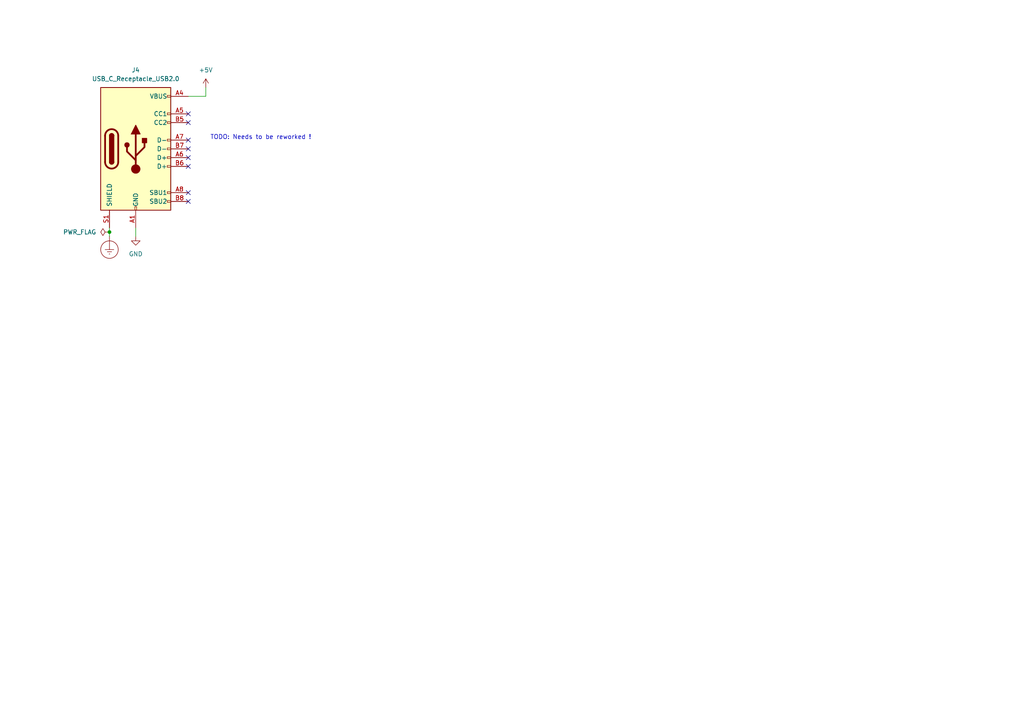
<source format=kicad_sch>
(kicad_sch (version 20230121) (generator eeschema)
  (paper "A4")
  (lib_symbols
    (symbol "Connector:USB_C_Receptacle_USB2.0" (pin_names (offset 1.016))
      (property "Reference" "J" (at -10.16 19.05 0))
      (property "Value" "USB_C_Receptacle_USB2.0" (at 19.05 19.05 0))
      (symbol "USB_C_Receptacle_USB2.0_0_0"
        (rectangle (start -0.254 -17.78) (end 0.254 -16.764))
        (rectangle (start 10.16 -14.986) (end 9.144 -15.494))
        (rectangle (start 10.16 -12.446) (end 9.144 -12.954))
        (rectangle (start 10.16 -4.826) (end 9.144 -5.334))
        (rectangle (start 10.16 -2.286) (end 9.144 -2.794))
        (rectangle (start 10.16 0.254) (end 9.144 -0.254))
        (rectangle (start 10.16 2.794) (end 9.144 2.286))
        (rectangle (start 10.16 7.874) (end 9.144 7.366))
        (rectangle (start 10.16 10.414) (end 9.144 9.906))
        (rectangle (start 10.16 15.494) (end 9.144 14.986))
      )
      (symbol "USB_C_Receptacle_USB2.0_0_1"
        (rectangle (start -10.16 17.78) (end 10.16 -17.78) (stroke (width 0.254)) (fill (type background)))
        (arc (start -8.89 -3.81) (mid -6.985 -5.7067) (end -5.08 -3.81) (stroke (width 0.508)))
        (arc (start -7.62 -3.81) (mid -6.985 -4.4423) (end -6.35 -3.81) (stroke (width 0.254)))
        (arc (start -7.62 -3.81) (mid -6.985 -4.4423) (end -6.35 -3.81) (stroke (width 0.254)) (fill (type outline)))
        (rectangle (start -7.62 -3.81) (end -6.35 3.81) (stroke (width 0.254)) (fill (type outline)))
        (arc (start -6.35 3.81) (mid -6.985 4.4423) (end -7.62 3.81) (stroke (width 0.254)))
        (arc (start -6.35 3.81) (mid -6.985 4.4423) (end -7.62 3.81) (stroke (width 0.254)) (fill (type outline)))
        (arc (start -5.08 3.81) (mid -6.985 5.7067) (end -8.89 3.81) (stroke (width 0.508)))
        (circle (center -2.54 1.143) (radius 0.635) (stroke (width 0.254)) (fill (type outline)))
        (circle (center 0 -5.842) (radius 1.27) (fill (type outline)))
        (polyline (pts (xy -8.89 -3.81) (xy -8.89 3.81)) (stroke (width 0.508)))
        (polyline (pts (xy -5.08 3.81) (xy -5.08 -3.81)) (stroke (width 0.508)))
        (polyline (pts (xy 0 -5.842) (xy 0 4.318)) (stroke (width 0.508)))
        (polyline (pts (xy 0 -3.302) (xy -2.54 -0.762) (xy -2.54 0.508)) (stroke (width 0.508)))
        (polyline (pts (xy 0 -2.032) (xy 2.54 0.508) (xy 2.54 1.778)) (stroke (width 0.508)))
        (polyline (pts (xy -1.27 4.318) (xy 0 6.858) (xy 1.27 4.318) (xy -1.27 4.318)) (stroke (width 0.254)) (fill (type outline)))
        (rectangle (start 1.905 1.778) (end 3.175 3.048) (stroke (width 0.254)) (fill (type outline)))
      )
      (symbol "USB_C_Receptacle_USB2.0_1_1"
        (pin passive line (at 0 -22.86 90) (length 5.08) (name "GND") (number "A1"))
        (pin passive line (at 0 -22.86 90) (length 5.08) hide (name "GND") (number "A12"))
        (pin passive line (at 15.24 15.24 180) (length 5.08) (name "VBUS") (number "A4"))
        (pin bidirectional line (at 15.24 10.16 180) (length 5.08) (name "CC1") (number "A5"))
        (pin bidirectional line (at 15.24 -2.54 180) (length 5.08) (name "D+") (number "A6"))
        (pin bidirectional line (at 15.24 2.54 180) (length 5.08) (name "D-") (number "A7"))
        (pin bidirectional line (at 15.24 -12.7 180) (length 5.08) (name "SBU1") (number "A8"))
        (pin passive line (at 15.24 15.24 180) (length 5.08) hide (name "VBUS") (number "A9"))
        (pin passive line (at 0 -22.86 90) (length 5.08) hide (name "GND") (number "B1"))
        (pin passive line (at 0 -22.86 90) (length 5.08) hide (name "GND") (number "B12"))
        (pin passive line (at 15.24 15.24 180) (length 5.08) hide (name "VBUS") (number "B4"))
        (pin bidirectional line (at 15.24 7.62 180) (length 5.08) (name "CC2") (number "B5"))
        (pin bidirectional line (at 15.24 -5.08 180) (length 5.08) (name "D+") (number "B6"))
        (pin bidirectional line (at 15.24 0 180) (length 5.08) (name "D-") (number "B7"))
        (pin bidirectional line (at 15.24 -15.24 180) (length 5.08) (name "SBU2") (number "B8"))
        (pin passive line (at 15.24 15.24 180) (length 5.08) hide (name "VBUS") (number "B9"))
        (pin passive line (at -7.62 -22.86 90) (length 5.08) (name "SHIELD") (number "S1"))
      )
    )
    (symbol "power:+5V" (power) (pin_names (offset 0))
      (property "Value" "+5V" (at 0 3.556 0))
      (symbol "+5V_0_1"
        (polyline (pts (xy -0.762 1.27) (xy 0 2.54)))
        (polyline (pts (xy 0 0) (xy 0 2.54)))
        (polyline (pts (xy 0 2.54) (xy 0.762 1.27)))
      )
      (symbol "+5V_1_1"
        (pin power_in line (at 0 0 90) (length 0) hide (name "+5V") (number "1"))
      )
    )
    (symbol "power:Earth_Protective" (power) (pin_names (offset 0))
      (symbol "Earth_Protective_0_1"
        (circle (center 0 -3.81) (radius 2.54))
        (polyline (pts (xy -0.635 -4.445) (xy 0.635 -4.445)))
        (polyline (pts (xy -0.127 -5.08) (xy 0.127 -5.08)))
        (polyline (pts (xy 0 -3.81) (xy 0 0)))
        (polyline (pts (xy 1.27 -3.81) (xy -1.27 -3.81)))
      )
      (symbol "Earth_Protective_1_1"
        (pin power_in line (at 0 0 270) (length 0) hide (name "Earth_Protective") (number "1"))
      )
    )
    (symbol "power:GND" (power) (pin_names (offset 0))
      (property "Value" "GND" (at 0 -3.81 0))
      (symbol "GND_0_1"
        (polyline (pts (xy 0 0) (xy 0 -1.27) (xy 1.27 -1.27) (xy 0 -2.54) (xy -1.27 -1.27) (xy 0 -1.27)))
      )
      (symbol "GND_1_1"
        (pin power_in line (at 0 0 270) (length 0) hide (name "GND") (number "1"))
      )
    )
    (symbol "power:PWR_FLAG" (power) (pin_numbers hide) (pin_names (offset 0) hide)
      (property "Value" "PWR_FLAG" (at 0 3.81 0))
      (symbol "PWR_FLAG_0_0"
        (pin power_out line (at 0 0 90) (length 0) (name "pwr") (number "1"))
      )
      (symbol "PWR_FLAG_0_1"
        (polyline (pts (xy 0 0) (xy 0 1.27) (xy -1.016 1.905) (xy 0 2.54) (xy 1.016 1.905) (xy 0 1.27)))
      )
    )
  )
  (junction (at 31.75 67.31))
  (no_connect (at 54.61 45.72))
  (no_connect (at 54.61 58.42))
  (no_connect (at 54.61 55.88))
  (no_connect (at 54.61 33.02))
  (no_connect (at 54.61 35.56))
  (no_connect (at 54.61 43.18))
  (no_connect (at 54.61 40.64))
  (no_connect (at 54.61 48.26))
  (wire (pts (xy 59.69 27.94) (xy 59.69 25.4)))
  (wire (pts (xy 39.37 68.58) (xy 39.37 66.04)))
  (wire (pts (xy 31.75 68.58) (xy 31.75 67.31)))
  (wire (pts (xy 54.61 27.94) (xy 59.69 27.94)))
  (wire (pts (xy 31.75 67.31) (xy 31.75 66.04)))
  (text "TODO: Needs to be reworked !" (at 60.96 40.64 0) (effects (font (size 1.27 1.27)) (justify left bottom)))
  (symbol (lib_id "power:Earth_Protective") (at 31.75 68.58 0) (unit 1)
    (property "Reference" "#PWR053" (effects hide))
    (property "Value" "Earth_Protective" (effects hide))
  )
  (symbol (lib_id "power:PWR_FLAG") (at 31.75 67.31 90) (unit 1)
    (property "Reference" "#FLG04" (effects hide))
    (property "Value" "PWR_FLAG" (at 27.94 67.31 90) (effects (justify left)))
  )
  (symbol (lib_id "power:+5V") (at 59.69 25.4 0) (unit 1)
    (property "Reference" "#PWR051" (effects hide))
    (property "Value" "+5V" (at 59.69 20.32 0))
  )
  (symbol (lib_id "power:GND") (at 39.37 68.58 0) (unit 1)
    (property "Reference" "#PWR052" (effects hide))
    (property "Value" "GND" (at 39.37 73.66 0))
  )
  (symbol (lib_id "Connector:USB_C_Receptacle_USB2.0") (at 39.37 43.18 0) (unit 1)
    (property "Reference" "J4" (at 39.37 20.32 0))
    (property "Value" "USB_C_Receptacle_USB2.0" (at 39.37 22.86 0))
    (property "Footprint" "Connector_USB:USB_C_Receptacle_G-Switch_GT-USB-7010ASV" (effects hide))
    (property "Datasheet" "https://www.usb.org/sites/default/files/documents/usb_type-c.zip" (effects hide))
    (property "JLCPCB Part #" "C2988369" (effects hide))
  )
)
</source>
